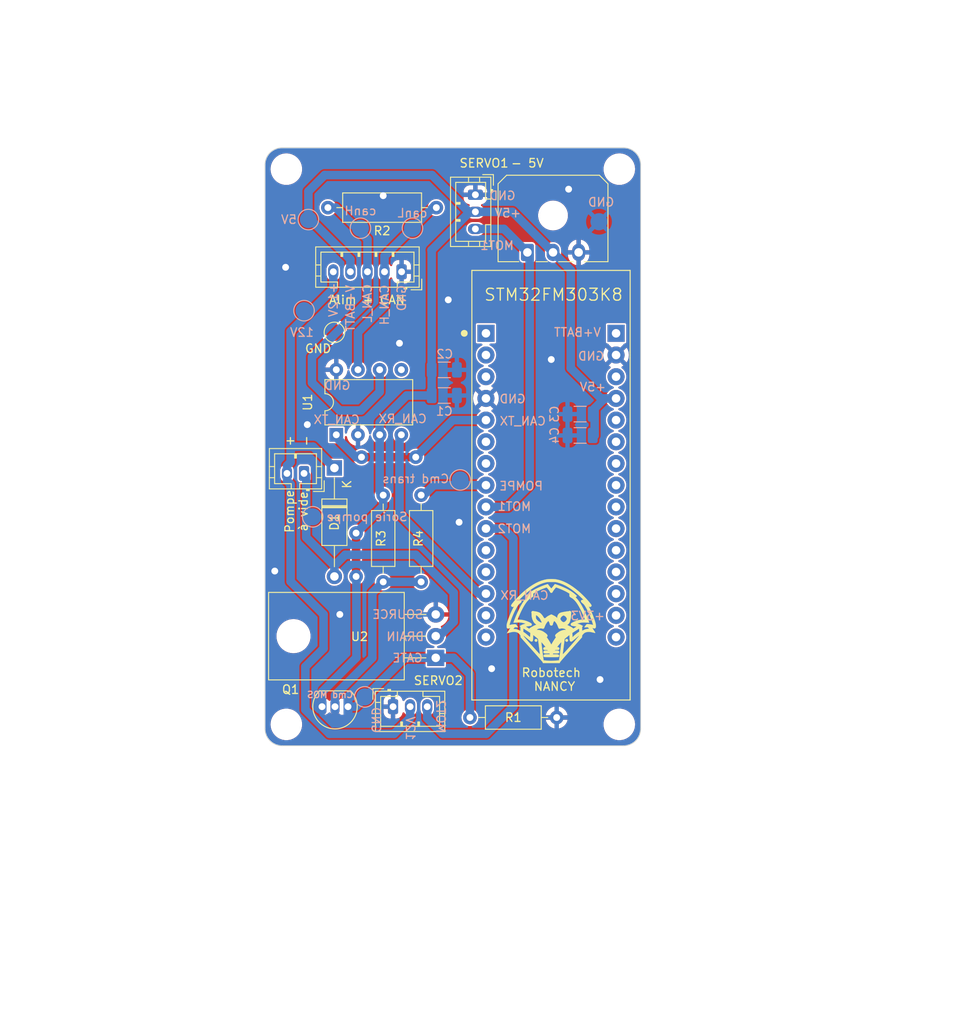
<source format=kicad_pcb>
(kicad_pcb (version 20211014) (generator pcbnew)
  (layers (0 "F.Cu" signal) (31 "B.Cu" signal) (34 "B.Paste" user) (35 "F.Paste" user) (36 "B.SilkS" user "B.Silkscreen") (37 "F.SilkS" user "F.Silkscreen") (38 "B.Mask" user) (39 "F.Mask" user) (44 "Edge.Cuts" user))
  (net 0 "")
  (net 1 "GND")
  (net 2 "CAN_H")
  (net 3 "CAN_L")
  (net 5 "+12V")
  (net 6 "MOT1")
  (net 7 "MOT2")
  (net 18 "+5V")
  (net 28 "+3V3")
  (net 30 "CAN_TX")
  (net 31 "CAN_RX")
  (net 32 "Net-(D1-Pad2)")
  (net 33 "POMPE")
  (net 35 "Net-(Q1-Pad1)")
  (net 36 "Net-(Q1-Pad2)")
  (footprint "" (layer "F.Cu") (at 145.5 35.5)
    (fp_text reference "" (at 0 0) (layer "F.SilkS") (effects (font (size 1.27 1.27))))
    (fp_text value "" (at 0 0) (layer "F.SilkS") (effects (font (size 1.27 1.27))))
    (pad "" np_thru_hole circle locked (at 0 0 180) (size 3.2 3.2) (drill 3.2) (layers *.Cu *.Mask))
  )
  (footprint "" (layer "F.Cu") (at 145.5 100.5)
    (fp_text reference "" (at 0 0) (layer "F.SilkS") (effects (font (size 1.27 1.27))))
    (fp_text value "" (at 0 0) (layer "F.SilkS") (effects (font (size 1.27 1.27))))
    (pad "" np_thru_hole circle locked (at 0 0 180) (size 3.2 3.2) (drill 3.2) (layers *.Cu *.Mask))
  )
  (footprint "Connector_JST:JST_PH_B5B-PH-K_1x05_P2.00mm_Vertical" (layer "F.Cu") (at 159 47.5144 180)
    (fp_text reference "BUS_CAN1" hide)
    (fp_text value "Conn_01x05")
    (pad "1" thru_hole roundrect (at 0 0 180) (size 1.2 1.75) (drill 0.8) (layers *.Cu *.Mask) (roundrect_rratio 0.208333) (net 1 "GND"))
    (pad "2" thru_hole oval (at 2 0 180) (size 1.2 1.75) (drill 0.8) (layers *.Cu *.Mask) (net 2 "CAN_H"))
    (pad "3" thru_hole oval (at 4 0 180) (size 1.2 1.75) (drill 0.8) (layers *.Cu *.Mask) (net 3 "CAN_L"))
    (pad "4" thru_hole oval (at 6 0 180) (size 1.2 1.75) (drill 0.8) (layers *.Cu *.Mask) (net 18 "+5V"))
    (pad "5" thru_hole oval (at 8 0 180) (size 1.2 1.75) (drill 0.8) (layers *.Cu *.Mask) (net 5 "+12V"))
  )
  (footprint "empreinte:MODULE_NUCLEO-F303K8" (layer "F.Cu") (at 176.5 72.5)
    (fp_text reference "STM32FM303K8" (at 0.3 -22.3) (layer "F.SilkS") (effects (font (size 1.402378 1.402378))))
    (fp_text value "NUCLEO-F303K8")
    (pad "3.1" thru_hole rect (at -7.62 -17.78) (size 2 2) (drill 1) (layers *.Cu *.Mask))
    (pad "3.2" thru_hole circle (at -7.62 -15.24) (size 2 2) (drill 1) (layers *.Cu *.Mask))
    (pad "3.3" thru_hole circle (at -7.62 -12.7) (size 2 2) (drill 1) (layers *.Cu *.Mask))
    (pad "3.4" thru_hole circle (at -7.62 -10.16) (size 2 2) (drill 1) (layers *.Cu *.Mask) (net 1 "GND"))
    (pad "3.5" thru_hole circle (at -7.62 -7.62) (size 2 2) (drill 1) (layers *.Cu *.Mask) (net 30 "CAN_TX"))
    (pad "3.6" thru_hole circle (at -7.62 -5.08) (size 2 2) (drill 1) (layers *.Cu *.Mask))
    (pad "3.7" thru_hole circle (at -7.62 -2.54) (size 2 2) (drill 1) (layers *.Cu *.Mask))
    (pad "3.8" thru_hole circle (at -7.62 0) (size 2 2) (drill 1) (layers *.Cu *.Mask) (net 33 "POMPE"))
    (pad "3.9" thru_hole circle (at -7.62 2.54) (size 2 2) (drill 1) (layers *.Cu *.Mask) (net 6 "MOT1"))
    (pad "3.10" thru_hole circle (at -7.62 5.08) (size 2 2) (drill 1) (layers *.Cu *.Mask) (net 7 "MOT2"))
    (pad "3.11" thru_hole circle (at -7.62 7.62) (size 2 2) (drill 1) (layers *.Cu *.Mask))
    (pad "3.12" thru_hole circle (at -7.62 10.16) (size 2 2) (drill 1) (layers *.Cu *.Mask))
    (pad "3.13" thru_hole circle (at -7.62 12.7) (size 2 2) (drill 1) (layers *.Cu *.Mask) (net 31 "CAN_RX"))
    (pad "3.14" thru_hole circle (at -7.62 15.24) (size 2 2) (drill 1) (layers *.Cu *.Mask))
    (pad "3.15" thru_hole circle (at -7.62 17.78) (size 2 2) (drill 1) (layers *.Cu *.Mask))
    (pad "4.1" thru_hole rect (at 7.62 -17.78) (size 2 2) (drill 1) (layers *.Cu *.Mask))
    (pad "4.2" thru_hole circle (at 7.62 -15.24) (size 2 2) (drill 1) (layers *.Cu *.Mask) (net 1 "GND"))
    (pad "4.3" thru_hole circle (at 7.62 -12.7) (size 2 2) (drill 1) (layers *.Cu *.Mask))
    (pad "4.4" thru_hole circle (at 7.62 -10.16) (size 2 2) (drill 1) (layers *.Cu *.Mask) (net 18 "+5V"))
    (pad "4.5" thru_hole circle (at 7.62 -7.62) (size 2 2) (drill 1) (layers *.Cu *.Mask))
    (pad "4.6" thru_hole circle (at 7.62 -5.08) (size 2 2) (drill 1) (layers *.Cu *.Mask))
    (pad "4.7" thru_hole circle (at 7.62 -2.54) (size 2 2) (drill 1) (layers *.Cu *.Mask))
    (pad "4.8" thru_hole circle (at 7.62 0) (size 2 2) (drill 1) (layers *.Cu *.Mask))
    (pad "4.9" thru_hole circle (at 7.62 2.54) (size 2 2) (drill 1) (layers *.Cu *.Mask))
    (pad "4.10" thru_hole circle (at 7.62 5.08) (size 2 2) (drill 1) (layers *.Cu *.Mask))
    (pad "4.11" thru_hole circle (at 7.62 7.62) (size 2 2) (drill 1) (layers *.Cu *.Mask))
    (pad "4.12" thru_hole circle (at 7.62 10.16) (size 2 2) (drill 1) (layers *.Cu *.Mask))
    (pad "4.13" thru_hole circle (at 7.62 12.7) (size 2 2) (drill 1) (layers *.Cu *.Mask))
    (pad "4.14" thru_hole circle (at 7.62 15.24) (size 2 2) (drill 1) (layers *.Cu *.Mask) (net 28 "+3V3"))
    (pad "4.15" thru_hole circle (at 7.62 17.78) (size 2 2) (drill 1) (layers *.Cu *.Mask))
  )
  (footprint "Resistor_THT:R_Axial_DIN0207_L6.3mm_D2.5mm_P10.16mm_Horizontal" (layer "F.Cu") (at 167.005 99.695)
    (fp_text reference "R1" (at 5.08 0) (layer "F.SilkS"))
    (fp_text value "1k")
    (pad "1" thru_hole circle locked (at 0 0) (size 1.6 1.6) (drill 0.8) (layers *.Cu *.Mask) (net 35 "Net-(Q1-Pad1)"))
    (pad "2" thru_hole oval locked (at 10.16 0) (size 1.6 1.6) (drill 0.8) (layers *.Cu *.Mask) (net 1 "GND"))
  )
  (footprint "Package_TO_SOT_THT:TO-92_Inline" (layer "F.Cu") (at 152.47 98.425 180)
    (fp_text reference "Q1" (at 6.47 2) (layer "F.SilkS"))
    (fp_text value "BC557")
    (pad "1" thru_hole rect (at -0.254 0 180) (size 1.05 2) (drill 0.8) (layers *.Cu *.Mask) (net 35 "Net-(Q1-Pad1)"))
    (pad "2" thru_hole oval (at 1.27 0 180) (size 1.05 2) (drill 0.8) (layers *.Cu *.Mask) (net 36 "Net-(Q1-Pad2)"))
    (pad "3" thru_hole oval (at 2.794 0 180) (size 1.05 2) (drill 0.8) (layers *.Cu *.Mask) (net 18 "+5V"))
  )
  (footprint "Diode_THT:D_A-405_P12.70mm_Horizontal" (layer "F.Cu") (at 151.13 70.485 -90)
    (fp_text reference "D1" (at 6.35 0 90) (layer "F.SilkS"))
    (fp_text value "D")
    (fp_text user "K" (at 1.905 -1.47 90) (layer "F.SilkS"))
    (pad "1" thru_hole rect locked (at 0 0 270) (size 1.8 1.8) (drill 1) (layers *.Cu *.Mask) (net 5 "+12V"))
    (pad "2" thru_hole oval locked (at 12.7 0 270) (size 1.8 1.8) (drill 1) (layers *.Cu *.Mask) (net 32 "Net-(D1-Pad2)"))
  )
  (footprint "Resistor_THT:R_Axial_DIN0207_L6.3mm_D2.5mm_P10.16mm_Horizontal" (layer "F.Cu") (at 161.29 73.66 -90)
    (fp_text reference "R4" (at 5.08 0.3175 90) (layer "F.SilkS"))
    (fp_text value "180")
    (pad "1" thru_hole circle locked (at 0 0 270) (size 1.6 1.6) (drill 0.8) (layers *.Cu *.Mask) (net 33 "POMPE"))
    (pad "2" thru_hole oval locked (at 10.16 0 270) (size 1.6 1.6) (drill 0.8) (layers *.Cu *.Mask) (net 36 "Net-(Q1-Pad2)"))
  )
  (footprint "Connector_JST:JST_PH_B3B-PH-K_1x03_P2.00mm_Vertical" (layer "F.Cu") (at 158 98.425)
    (fp_text reference "SERVO2" (at 5.3 -3.05) (layer "F.SilkS"))
    (fp_text value "Conn_01x03")
    (pad "1" thru_hole roundrect locked (at 0 0) (size 1.2 1.75) (drill 0.8) (layers *.Cu *.Mask) (roundrect_rratio 0.208333) (net 1 "GND"))
    (pad "2" thru_hole oval locked (at 2 0) (size 1.2 1.75) (drill 0.8) (layers *.Cu *.Mask) (net 5 "+12V"))
    (pad "3" thru_hole oval locked (at 4 0) (size 1.2 1.75) (drill 0.8) (layers *.Cu *.Mask) (net 7 "MOT2"))
  )
  (footprint "Resistor_THT:R_Axial_DIN0309_L9.0mm_D3.2mm_P12.70mm_Horizontal" (layer "F.Cu") (at 163.068 40.005 180)
    (fp_text reference "R2" (at 6.35 -2.72) (layer "F.SilkS"))
    (fp_text value "R")
    (pad "1" thru_hole circle locked (at 0 0 180) (size 1.6 1.6) (drill 0.8) (layers *.Cu *.Mask) (net 2 "CAN_H"))
    (pad "2" thru_hole oval locked (at 12.7 0 180) (size 1.6 1.6) (drill 0.8) (layers *.Cu *.Mask) (net 3 "CAN_L"))
  )
  (footprint "Logos:logoRobotechNancy10x10" (layer "F.Cu") (at 176.53 88.265)
    (fp_text reference "G***" hide)
    (fp_text value "LOGO" hide)
  )
  (footprint "" (layer "F.Cu") (at 184.5 35.5)
    (fp_text reference "" (at 0 0) (layer "F.SilkS") (effects (font (size 1.27 1.27))))
    (fp_text value "" (at 0 0) (layer "F.SilkS") (effects (font (size 1.27 1.27))))
    (pad "" np_thru_hole circle locked (at 0 0 180) (size 3.2 3.2) (drill 3.2) (layers *.Cu *.Mask))
  )
  (footprint "TestPoint:TestPoint_Pad_D2.0mm" (layer "F.Cu") (at 151.13 54.61)
    (fp_text reference "TP1" hide)
    (fp_text value "TestPoint")
    (pad "1" smd circle locked (at 0 0) (size 2 2) (layers "F.Cu" "F.Mask") (net 1 "GND"))
  )
  (footprint "Connector_JST:JST_PH_B2B-PH-K_1x02_P2.00mm_Vertical" (layer "F.Cu") (at 147.574 71.12 180)
    (fp_text reference "PompeAVide1" hide)
    (fp_text value "Conn_01x02")
    (pad "1" thru_hole roundrect locked (at 0 0 180) (size 1.2 1.75) (drill 0.8) (layers *.Cu *.Mask) (roundrect_rratio 0.208333) (net 32 "Net-(D1-Pad2)"))
    (pad "2" thru_hole oval locked (at 2 0 180) (size 1.2 1.75) (drill 0.8) (layers *.Cu *.Mask) (net 5 "+12V"))
  )
  (footprint "Resistor_THT:R_Axial_DIN0207_L6.3mm_D2.5mm_P10.16mm_Horizontal" (layer "F.Cu") (at 156.845 73.66 -90)
    (fp_text reference "R3" (at 5.08 0.254 90) (layer "F.SilkS"))
    (fp_text value "10k")
    (pad "1" thru_hole circle locked (at 0 0 270) (size 1.6 1.6) (drill 0.8) (layers *.Cu *.Mask) (net 18 "+5V"))
    (pad "2" thru_hole oval locked (at 10.16 0 270) (size 1.6 1.6) (drill 0.8) (layers *.Cu *.Mask) (net 36 "Net-(Q1-Pad2)"))
  )
  (footprint "Package_TO_SOT_THT:TO-220-3_Horizontal_TabDown" (layer "F.Cu") (at 163 92.71 90)
    (fp_text reference "U2" (at 2.48 -8.925) (layer "F.SilkS"))
    (fp_text value "IRFZ44NPBF")
    (pad "" np_thru_hole oval locked (at 2.54 -16.66 90) (size 3.5 3.5) (drill 3.5) (layers *.Cu *.Mask))
    (pad "1" thru_hole rect locked (at 0 0 90) (size 1.905 2) (drill 1) (layers *.Cu *.Mask) (net 35 "Net-(Q1-Pad1)"))
    (pad "2" thru_hole oval locked (at 2.54 0 90) (size 1.905 2) (drill 1) (layers *.Cu *.Mask) (net 32 "Net-(D1-Pad2)"))
    (pad "3" thru_hole oval locked (at 5.08 0 90) (size 1.905 2) (drill 1) (layers *.Cu *.Mask) (net 1 "GND"))
  )
  (footprint "Package_DIP:DIP-8_W7.62mm" (layer "F.Cu") (at 151.35 66.6 90)
    (fp_text reference "U1" (at 3.81 -3.35 90) (layer "F.SilkS"))
    (fp_text value "MCP2551-I-P")
    (pad "1" thru_hole rect locked (at 0 0 90) (size 1.6 1.6) (drill 0.8) (layers *.Cu *.Mask) (net 30 "CAN_TX"))
    (pad "2" thru_hole oval locked (at 0 2.54 90) (size 1.6 1.6) (drill 0.8) (layers *.Cu *.Mask) (net 1 "GND"))
    (pad "3" thru_hole oval locked (at 0 5.08 90) (size 1.6 1.6) (drill 0.8) (layers *.Cu *.Mask) (net 18 "+5V"))
    (pad "4" thru_hole oval locked (at 0 7.62 90) (size 1.6 1.6) (drill 0.8) (layers *.Cu *.Mask) (net 31 "CAN_RX"))
    (pad "5" thru_hole oval locked (at 7.62 7.62 90) (size 1.6 1.6) (drill 0.8) (layers *.Cu *.Mask))
    (pad "6" thru_hole oval locked (at 7.62 5.08 90) (size 1.6 1.6) (drill 0.8) (layers *.Cu *.Mask) (net 3 "CAN_L"))
    (pad "7" thru_hole oval locked (at 7.62 2.54 90) (size 1.6 1.6) (drill 0.8) (layers *.Cu *.Mask) (net 2 "CAN_H"))
    (pad "8" thru_hole oval locked (at 7.62 0 90) (size 1.6 1.6) (drill 0.8) (layers *.Cu *.Mask) (net 1 "GND"))
  )
  (footprint "" (layer "F.Cu") (at 184.5 100.5)
    (fp_text reference "" (at 0 0) (layer "F.SilkS") (effects (font (size 1.27 1.27))))
    (fp_text value "" (at 0 0) (layer "F.SilkS") (effects (font (size 1.27 1.27))))
    (pad "" np_thru_hole circle locked (at 0 0 180) (size 3.2 3.2) (drill 3.2) (layers *.Cu *.Mask))
  )
  (footprint "Connector_Molex:Molex_Micro-Fit_3.0_43650-0300_1x03_P3.00mm_Horizontal" (layer "F.Cu") (at 173.736 45.245)
    (fp_text reference "JS1" hide)
    (fp_text value "Molex_Micro-Fit_3.0_43650-0300_1x03_P3.00mm_Horizontal")
    (pad "" np_thru_hole circle locked (at 3 -4.32) (size 3 3) (drill 3) (layers *.Cu *.Mask))
    (pad "1" thru_hole roundrect locked (at 0 0) (size 1.5 2.02) (drill 1) (layers *.Cu *.Mask) (roundrect_rratio 0.166667) (net 6 "MOT1"))
    (pad "2" thru_hole oval locked (at 3 0) (size 1.5 2.02) (drill 1) (layers *.Cu *.Mask) (net 18 "+5V"))
    (pad "3" thru_hole oval locked (at 6 0) (size 1.5 2.02) (drill 1) (layers *.Cu *.Mask) (net 1 "GND"))
  )
  (footprint "Connector_JST:JST_PH_B3B-PH-K_1x03_P2.00mm_Vertical" (layer "F.Cu") (at 167.64 38.5 -90)
    (fp_text reference "SERVO1" (at -3.702 -1.016 180) (layer "F.SilkS"))
    (fp_text value "Conn_01x03")
    (pad "1" thru_hole roundrect (at 0 0 270) (size 1.2 1.75) (drill 0.8) (layers *.Cu *.Mask) (roundrect_rratio 0.208333) (net 1 "GND"))
    (pad "2" thru_hole oval (at 2 0 270) (size 1.2 1.75) (drill 0.8) (layers *.Cu *.Mask) (net 18 "+5V"))
    (pad "3" thru_hole oval (at 4 0 270) (size 1.2 1.75) (drill 0.8) (layers *.Cu *.Mask) (net 6 "MOT1"))
  )
  (footprint "TestPoint:TestPoint_Pad_D2.0mm" (layer "B.Cu") (at 160.274 42.418 180)
    (fp_text reference "TP4" hide)
    (fp_text value "TestPoint")
    (pad "1" smd circle locked (at 0 0 180) (size 2 2) (layers "B.Cu" "B.Mask") (net 2 "CAN_H"))
  )
  (footprint "TestPoint:TestPoint_Pad_D2.0mm" (layer "B.Cu") (at 154.686 97.282 180)
    (fp_text reference "TP8" hide)
    (fp_text value "TestPoint")
    (pad "1" smd circle locked (at 0 0 180) (size 2 2) (layers "B.Cu" "B.Mask") (net 35 "Net-(Q1-Pad1)"))
  )
  (footprint "Capacitor_SMD:C_1206_3216Metric" (layer "B.Cu") (at 164 59)
    (fp_text reference "C2" (at 0.05 -1.85) (layer "B.SilkS") (effects (justify mirror)))
    (fp_text value "C")
    (pad "1" smd roundrect locked (at -1.475 0) (size 1.15 1.8) (layers "B.Cu" "B.Paste" "B.Mask") (roundrect_rratio 0.217391) (net 18 "+5V"))
    (pad "2" smd roundrect locked (at 1.475 0) (size 1.15 1.8) (layers "B.Cu" "B.Paste" "B.Mask") (roundrect_rratio 0.217391) (net 1 "GND"))
  )
  (footprint "TestPoint:TestPoint_Pad_D2.0mm" (layer "B.Cu") (at 165.862 71.882 180)
    (fp_text reference "TP7" hide)
    (fp_text value "TestPoint")
    (pad "1" smd circle locked (at 0 0 180) (size 2 2) (layers "B.Cu" "B.Mask") (net 33 "POMPE"))
  )
  (footprint "TestPoint:TestPoint_Pad_D2.0mm" (layer "B.Cu") (at 148.59 76.2 180)
    (fp_text reference "TP2" hide)
    (fp_text value "TestPoint")
    (pad "1" smd circle locked (at 0 0 180) (size 2 2) (layers "B.Cu" "B.Mask") (net 32 "Net-(D1-Pad2)"))
  )
  (footprint "" (layer "B.Cu") (at 182.118 41.656 180)
    (fp_text reference "" (at 0 0) (layer "B.SilkS") (effects (font (size 1.27 1.27)) (justify mirror)))
    (fp_text value "" (at 0 0) (layer "B.SilkS") (effects (font (size 1.27 1.27)) (justify mirror)))
    (pad "1" smd circle locked (at 0 0 180) (size 2 2) (layers "B.Cu" "B.Mask") (net 1 "GND"))
  )
  (footprint "Capacitor_SMD:C_1206_3216Metric" (layer "B.Cu") (at 179.91 66.675)
    (fp_text reference "C4" (at -3 0 90) (layer "B.SilkS") (effects (justify mirror)))
    (fp_text value "C")
    (pad "1" smd roundrect locked (at -1.475 0) (size 1.15 1.8) (layers "B.Cu" "B.Paste" "B.Mask") (roundrect_rratio 0.217391) (net 1 "GND"))
    (pad "2" smd roundrect locked (at 1.475 0) (size 1.15 1.8) (layers "B.Cu" "B.Paste" "B.Mask") (roundrect_rratio 0.217391) (net 18 "+5V"))
  )
  (footprint "TestPoint:TestPoint_Pad_D2.0mm" (layer "B.Cu") (at 147.574 52.07 180)
    (fp_text reference "TP6" hide)
    (fp_text value "TestPoint")
    (pad "1" smd circle locked (at 0 0 180) (size 2 2) (layers "B.Cu" "B.Mask") (net 5 "+12V"))
  )
  (footprint "Capacitor_SMD:C_1206_3216Metric" (layer "B.Cu") (at 179.91 64.175)
    (fp_text reference "C3" (at -3 0 90) (layer "B.SilkS") (effects (justify mirror)))
    (fp_text value "C")
    (pad "1" smd roundrect locked (at -1.475 0) (size 1.15 1.8) (layers "B.Cu" "B.Paste" "B.Mask") (roundrect_rratio 0.217391) (net 1 "GND"))
    (pad "2" smd roundrect locked (at 1.475 0) (size 1.15 1.8) (layers "B.Cu" "B.Paste" "B.Mask") (roundrect_rratio 0.217391) (net 18 "+5V"))
  )
  (footprint "Capacitor_SMD:C_1206_3216Metric" (layer "B.Cu") (at 164 62)
    (fp_text reference "C1" (at 0 1.85) (layer "B.SilkS") (effects (justify mirror)))
    (fp_text value "C")
    (pad "1" smd roundrect locked (at -1.475 0) (size 1.15 1.8) (layers "B.Cu" "B.Paste" "B.Mask") (roundrect_rratio 0.217391) (net 18 "+5V"))
    (pad "2" smd roundrect locked (at 1.475 0) (size 1.15 1.8) (layers "B.Cu" "B.Paste" "B.Mask") (roundrect_rratio 0.217391) (net 1 "GND"))
  )
  (footprint "TestPoint:TestPoint_Pad_D2.0mm" (layer "B.Cu") (at 154.178 42.418 180)
    (fp_text reference "TP5" hide)
    (fp_text value "TestPoint")
    (pad "1" smd circle locked (at 0 0 180) (size 2 2) (layers "B.Cu" "B.Mask") (net 3 "CAN_L"))
  )
  (footprint "TestPoint:TestPoint_Pad_D2.0mm" (layer "B.Cu") (at 148.082 41.402 180)
    (fp_text reference "TP3" hide)
    (fp_text value "TestPoint")
    (pad "1" smd circle locked (at 0 0 180) (size 2 2) (layers "B.Cu" "B.Mask") (net 18 "+5V"))
  )
  (gr_arc (start 185 33) (mid 186.414214 33.585786) (end 187 35) (layer "Edge.Cuts") (width 0.1))
  (gr_line (start 143 101) (end 143 35) (layer "Edge.Cuts") (width 0.1))
  (gr_line (start 145 33) (end 185 33) (layer "Edge.Cuts") (width 0.1))
  (gr_line (start 185 103) (end 145 103) (layer "Edge.Cuts") (width 0.1))
  (gr_arc (start 143 35) (mid 143.585786 33.585786) (end 145 33) (layer "Edge.Cuts") (width 0.1))
  (gr_line (start 187 35) (end 187 101) (layer "Edge.Cuts") (width 0.1))
  (gr_arc (start 187 101) (mid 186.414214 102.414214) (end 185 103) (layer "Edge.Cuts") (width 0.1))
  (gr_arc (start 145 103) (mid 143.585786 102.414214) (end 143 101) (layer "Edge.Cuts") (width 0.1))
  (gr_text "GND\n" (at 156 100 -90) (layer "B.SilkS") (effects (font (size 1 1)) (justify mirror)))
  (gr_text "+12V" (at 151 50.8 -270) (layer "B.SilkS") (effects (font (size 1 1)) (justify mirror)))
  (gr_text "DRAIN" (at 159.425 90.23) (layer "B.SilkS") (effects (font (size 1 1)) (justify mirror)))
  (gr_text "canL" (at 160.274 40.64) (layer "B.SilkS") (effects (font (size 1 1)) (justify mirror)))
  (gr_text "+5V\n" (at 171.45 40.64) (layer "B.SilkS") (effects (font (size 1 1)) (justify mirror)))
  (gr_text "5V" (at 145.796 41.402) (layer "B.SilkS") (effects (font (size 1 1)) (justify mirror)))
  (gr_text "MOT1" (at 170.18 44.45) (layer "B.SilkS") (effects (font (size 1 1)) (justify mirror)))
  (gr_text "GND\n" (at 170.815 38.608) (layer "B.SilkS") (effects (font (size 1 1)) (justify mirror)))
  (gr_text "GND\n" (at 159 50.6 90) (layer "B.SilkS") (effects (font (size 1 1)) (justify mirror)))
  (gr_text "V+BATT" (at 179.6 54.6) (layer "B.SilkS") (effects (font (size 1 1)) (justify mirror)))
  (gr_text "+3V3" (at 180.8 87.8) (layer "B.SilkS") (effects (font (size 1 1)) (justify mirror)))
  (gr_text "+5V\n" (at 181.4 61) (layer "B.SilkS") (effects (font (size 1 1)) (justify mirror)))
  (gr_text "Sorie pompe" (at 154.94 76.2) (layer "B.SilkS") (effects (font (size 1 1)) (justify mirror)))
  (gr_text "GND\n" (at 172 62.4) (layer "B.SilkS") (effects (font (size 1 1)) (justify mirror)))
  (gr_text "CAN_TX" (at 151.4 64.825) (layer "B.SilkS") (effects (font (size 1 1)) (justify mirror)))
  (gr_text "12V" (at 147.32 54.61) (layer "B.SilkS") (effects (font (size 1 1)) (justify mirror)))
  (gr_text "GATE" (at 159.7 92.73) (layer "B.SilkS") (effects (font (size 1 1)) (justify mirror)))
  (gr_text "GND" (at 182.372 39.37) (layer "B.SilkS") (effects (font (size 1 1)) (justify mirror)))
  (gr_text "12V\n" (at 160.02 100.965 -90) (layer "B.SilkS") (effects (font (size 1 1)) (justify mirror)))
  (gr_text "CAN_TX" (at 173.2 65) (layer "B.SilkS") (effects (font (size 1 1)) (justify mirror)))
  (gr_text "POMPE" (at 173 72.6) (layer "B.SilkS") (effects (font (size 1 1)) (justify mirror)))
  (gr_text "CAN_RX" (at 159.125 64.725) (layer "B.SilkS") (effects (font (size 1 1)) (justify mirror)))
  (gr_text "MOT1" (at 172.2 75) (layer "B.SilkS") (effects (font (size 1 1)) (justify mirror)))
  (gr_text "GND\n" (at 151.475 60.825) (layer "B.SilkS") (effects (font (size 1 1)) (justify mirror)))
  (gr_text "CAN_RX" (at 173.4 85.4) (layer "B.SilkS") (effects (font (size 1 1)) (justify mirror)))
  (gr_text "Cmd trans" (at 160.655 71.755) (layer "B.SilkS") (effects (font (size 1 1)) (justify mirror)))
  (gr_text "MOT2" (at 172.2 77.6) (layer "B.SilkS") (effects (font (size 1 1)) (justify mirror)))
  (gr_text "canH" (at 154.178 40.386) (layer "B.SilkS") (effects (font (size 1 1)) (justify mirror)))
  (gr_text "V+BATT" (at 153 51.8 -270) (layer "B.SilkS") (effects (font (size 1 1)) (justify mirror)))
  (gr_text "MOT2" (at 163.575 99.575 -90) (layer "B.SilkS") (effects (font (size 1 1)) (justify mirror)))
  (gr_text "CAN_L" (at 155 51.2 -270) (layer "B.SilkS") (effects (font (size 1 1)) (justify mirror)))
  (gr_text "SOURCE" (at 158.55 87.63) (layer "B.SilkS") (effects (font (size 1 1)) (justify mirror)))
  (gr_text "GND\n" (at 181.2 57.4) (layer "B.SilkS") (effects (font (size 1 1)) (justify mirror)))
  (gr_text "CAN_H" (at 157 51.4 90) (layer "B.SilkS") (effects (font (size 1 1)) (justify mirror)))
  (gr_text "Cmd MOS" (at 150.622 97.028) (layer "B.SilkS") (effects (font (size 0.75 0.75)) (justify mirror)))
  (gr_text "- 5V" (at 173.736 34.798) (layer "F.SilkS") (effects (font (size 1 1))))
  (gr_text "GND" (at 149.225 56.515) (layer "F.SilkS") (effects (font (size 1 1))))
  (gr_text "Pompe\nà vide" (at 146.685 75.565 90) (layer "F.SilkS") (effects (font (size 1 1))))
  (gr_text "Robotech\n NANCY" (at 176.53 95.25) (layer "F.SilkS") (effects (font (size 1 1))))
  (gr_text "+" (at 146.05 67.31 -90) (layer "F.SilkS") (effects (font (size 1 1)) (justify mirror)))
  (gr_text "-" (at 147.955 67.31 -90) (layer "F.SilkS") (effects (font (size 1 1)) (justify mirror)))
  (gr_text "Alim + CAN\n" (at 154.94 50.8) (layer "F.SilkS") (effects (font (size 1 1))))
  (via (at 169.545 93.98) (size 1.6) (drill 0.8) (layers "F.Cu" "B.Cu") (net 1))
  (via (at 165.735 76.835) (size 1.6) (drill 0.8) (layers "F.Cu" "B.Cu") (net 1))
  (via (at 145.415 46.99) (size 1.6) (drill 0.8) (layers "F.Cu" "B.Cu") (net 1))
  (via (at 164.465 50.8) (size 1.6) (drill 0.8) (layers "F.Cu" "B.Cu") (net 1))
  (via (at 151.765 87.63) (size 1.6) (drill 0.8) (layers "F.Cu" "B.Cu") (net 1))
  (via (at 176.53 57.785) (size 1.6) (drill 0.8) (layers "F.Cu" "B.Cu") (net 1))
  (via (at 158.75 55.88) (size 1.6) (drill 0.8) (layers "F.Cu" "B.Cu") (net 1))
  (via (at 147.955 65.405) (size 1.6) (drill 0.8) (layers "F.Cu" "B.Cu") (net 1))
  (via (at 178.562 37.846) (size 1.6) (drill 0.8) (layers "F.Cu" "B.Cu") (net 1))
  (via (at 156.845 38.608) (size 1.6) (drill 0.8) (layers "F.Cu" "B.Cu") (net 1))
  (via (at 144.145 82.55) (size 1.6) (drill 0.8) (layers "F.Cu" "B.Cu") (net 1))
  (via (at 182.245 95.25) (size 1.6) (drill 0.8) (layers "F.Cu" "B.Cu") (net 1))
  (segment (start 157 45.6644) (end 162.6594 40.005) (width 1) (layer "B.Cu") (net 2))
  (segment (start 157 47.5144) (end 157 45.6644) (width 1) (layer "B.Cu") (net 2))
  (segment (start 157 47.5144) (end 157 51.4856) (width 1) (layer "B.Cu") (net 2))
  (segment (start 157 51.4856) (end 153.89 54.5956) (width 1) (layer "B.Cu") (net 2))
  (segment (start 162.6594 40.005) (end 163.068 40.005) (width 1) (layer "B.Cu") (net 2))
  (segment (start 153.89 54.5956) (end 153.89 58.98) (width 1) (layer "B.Cu") (net 2))
  (segment (start 148.5 60.5) (end 151.75 63.75) (width 1) (layer "B.Cu") (net 3))
  (segment (start 151.75 63.75) (end 154.25 63.75) (width 1) (layer "B.Cu") (net 3))
  (segment (start 155 47.5144) (end 155 51) (width 1) (layer "B.Cu") (net 3))
  (segment (start 156.43 61.57) (end 156.43 58.98) (width 1) (layer "B.Cu") (net 3))
  (segment (start 155 43.7) (end 155 47.5144) (width 1) (layer "B.Cu") (net 3))
  (segment (start 154.25 63.75) (end 156.43 61.57) (width 1) (layer "B.Cu") (net 3))
  (segment (start 155 51) (end 148.5 57.5) (width 1) (layer "B.Cu") (net 3))
  (segment (start 148.5 57.5) (end 148.5 60.5) (width 1) (layer "B.Cu") (net 3))
  (segment (start 151.305 40.005) (end 155 43.7) (width 1) (layer "B.Cu") (net 3))
  (segment (start 150.368 40.005) (end 151.305 40.005) (width 1) (layer "B.Cu") (net 3))
  (segment (start 158.115 101.6) (end 160 99.715) (width 1) (layer "B.Cu") (net 5))
  (segment (start 146 54.5) (end 146 67.995) (width 1) (layer "B.Cu") (net 5))
  (segment (start 145.574 70.226) (end 145.574 71.974) (width 1) (layer "B.Cu") (net 5))
  (segment (start 150.551634 101.6) (end 158.115 101.6) (width 1) (layer "B.Cu") (net 5))
  (segment (start 147.725489 98.773855) (end 150.551634 101.6) (width 1) (layer "B.Cu") (net 5))
  (segment (start 149.86 91.614929) (end 147.725489 93.74944) (width 1) (layer "B.Cu") (net 5))
  (segment (start 146 69.8) (end 145.574 70.226) (width 1) (layer "B.Cu") (net 5))
  (segment (start 148.64 67.995) (end 146 67.995) (width 1) (layer "B.Cu") (net 5))
  (segment (start 147.725489 93.74944) (end 147.725489 98.773855) (width 1) (layer "B.Cu") (net 5))
  (segment (start 146 67.995) (end 146 69.8) (width 1) (layer "B.Cu") (net 5))
  (segment (start 151.13 70.485) (end 148.64 67.995) (width 1) (layer "B.Cu") (net 5))
  (segment (start 146 72.4) (end 146 83.77) (width 1) (layer "B.Cu") (net 5))
  (segment (start 151 47.5144) (end 151 49.5) (width 1) (layer "B.Cu") (net 5))
  (segment (start 146 83.77) (end 149.86 87.63) (width 1) (layer "B.Cu") (net 5))
  (segment (start 160 99.715) (end 160 98.425) (width 1) (layer "B.Cu") (net 5))
  (segment (start 151 49.5) (end 146 54.5) (width 1) (layer "B.Cu") (net 5))
  (segment (start 149.86 87.63) (end 149.86 91.614929) (width 1) (layer "B.Cu") (net 5))
  (segment (start 145.574 71.974) (end 146 72.4) (width 1) (layer "B.Cu") (net 5))
  (segment (start 174 45.509) (end 170.991 42.5) (width 1) (layer "B.Cu") (net 6))
  (segment (start 171.46 75.04) (end 174 72.5) (width 1) (layer "B.Cu") (net 6))
  (segment (start 174 72.5) (end 174 45.509) (width 1) (layer "B.Cu") (net 6))
  (segment (start 170.991 42.5) (end 167.64 42.5) (width 1) (layer "B.Cu") (net 6))
  (segment (start 168.88 75.04) (end 171.46 75.04) (width 1) (layer "B.Cu") (net 6))
  (segment (start 163.83 101.6) (end 168.91 101.6) (width 1) (layer "B.Cu") (net 7))
  (segment (start 172.085 78.74) (end 170.925 77.58) (width 1) (layer "B.Cu") (net 7))
  (segment (start 162 99.77) (end 163.83 101.6) (width 1) (layer "B.Cu") (net 7))
  (segment (start 172.085 98.425) (end 172.085 78.74) (width 1) (layer "B.Cu") (net 7))
  (segment (start 168.91 101.6) (end 172.085 98.425) (width 1) (layer "B.Cu") (net 7))
  (segment (start 162 98.425) (end 162 99.77) (width 1) (layer "B.Cu") (net 7))
  (segment (start 170.925 77.58) (end 168.88 77.58) (width 1) (layer "B.Cu") (net 7))
  (segment (start 153.67 83.185) (end 153.67 78.105) (width 1) (layer "F.Cu") (net 18))
  (via (at 153.67 83.185) (size 1.6) (drill 0.8) (layers "F.Cu" "B.Cu") (net 18))
  (via (at 153.67 78.105) (size 1.6) (drill 0.8) (layers "F.Cu" "B.Cu") (net 18))
  (segment (start 156.43 66.6) (end 156.43 73.245) (width 1) (layer "B.Cu") (net 18))
  (segment (start 149.676 96.704) (end 149.676 98.425) (width 1) (layer "B.Cu") (net 18))
  (segment (start 153 46.066) (end 148.082 41.148) (width 1) (layer "B.Cu") (net 18))
  (segment (start 153.67 78.105) (end 156.845 74.93) (width 1) (layer "B.Cu") (net 18))
  (segment (start 153.67 83.185) (end 153.705597 83.220597) (width 1) (layer "B.Cu") (net 18))
  (segment (start 162.56 36.195) (end 166.865 40.5) (width 1) (layer "B.Cu") (net 18))
  (segment (start 181.57 64.175) (end 181.61 64.135) (width 1) (layer "B.Cu") (net 18))
  (segment (start 156.43 66.6) (end 156.43 65.17) (width 1) (layer "B.Cu") (net 18))
  (segment (start 153 47.5144) (end 153 46.066) (width 1) (layer "B.Cu") (net 18))
  (segment (start 162.525 45.025) (end 162.5 45) (width 1) (layer "B.Cu") (net 18))
  (segment (start 181.385 66.675) (end 181.61 66.675) (width 1) (layer "B.Cu") (net 18))
  (segment (start 178.816 58.801) (end 182.355 62.34) (width 1) (layer "B.Cu") (net 18))
  (segment (start 178.816 47.325) (end 178.816 58.801) (width 1) (layer "B.Cu") (net 18))
  (segment (start 148.082 41.148) (end 148.082 38.1) (width 1) (layer "B.Cu") (net 18))
  (segment (start 167.64 40.5) (end 171.991 40.5) (width 1) (layer "B.Cu") (net 18))
  (segment (start 153.705597 92.674403) (end 149.676 96.704) (width 1) (layer "B.Cu") (net 18))
  (segment (start 153.705597 83.220597) (end 153.705597 92.674403) (width 1) (layer "B.Cu") (net 18))
  (segment (start 171.991 40.5) (end 178.816 47.325) (width 1) (layer "B.Cu") (net 18))
  (segment (start 149.987 36.195) (end 162.56 36.195) (width 1) (layer "B.Cu") (net 18))
  (segment (start 181.61 64.135) (end 181.61 63.5) (width 1) (layer "B.Cu") (net 18))
  (segment (start 148.082 38.1) (end 149.987 36.195) (width 1) (layer "B.Cu") (net 18))
  (segment (start 162.525 62) (end 162.525 59) (width 1) (layer "B.Cu") (net 18))
  (segment (start 182.77 62.34) (end 184.12 62.34) (width 1) (layer "B.Cu") (net 18))
  (segment (start 156.43 65.17) (end 159.6 62) (width 1) (layer "B.Cu") (net 18))
  (segment (start 156.43 73.245) (end 156.845 73.66) (width 1) (layer "B.Cu") (net 18))
  (segment (start 159.6 62) (end 162.525 62) (width 1) (layer "B.Cu") (net 18))
  (segment (start 162.5 45) (end 167 40.5) (width 1) (layer "B.Cu") (net 18))
  (segment (start 181.61 63.5) (end 182.77 62.34) (width 1) (layer "B.Cu") (net 18))
  (segment (start 182.355 62.34) (end 184.12 62.34) (width 1) (layer "B.Cu") (net 18))
  (segment (start 167 40.5) (end 167.64 40.5) (width 1) (layer "B.Cu") (net 18))
  (segment (start 162.525 59) (end 162.525 45.025) (width 1) (layer "B.Cu") (net 18))
  (segment (start 181.385 64.175) (end 181.57 64.175) (width 1) (layer "B.Cu") (net 18))
  (segment (start 156.845 74.93) (end 156.845 73.66) (width 1) (layer "B.Cu") (net 18))
  (segment (start 166.865 40.5) (end 167.64 40.5) (width 1) (layer "B.Cu") (net 18))
  (segment (start 181.61 66.675) (end 181.61 64.135) (width 1) (layer "B.Cu") (net 18))
  (segment (start 160.655 69.215) (end 154.305 69.215) (width 1) (layer "F.Cu") (net 30))
  (via (at 160.655 69.215) (size 1.6) (drill 0.8) (layers "F.Cu" "B.Cu") (net 30))
  (via (at 154.305 69.215) (size 1.6) (drill 0.8) (layers "F.Cu" "B.Cu") (net 30))
  (segment (start 164.99 64.88) (end 160.655 69.215) (width 1) (layer "B.Cu") (net 30))
  (segment (start 154.305 69.215) (end 153.67 69.215) (width 1) (layer "B.Cu") (net 30))
  (segment (start 168.88 64.88) (end 164.99 64.88) (width 1) (layer "B.Cu") (net 30))
  (segment (start 153.67 69.215) (end 151.35 66.895) (width 1) (layer "B.Cu") (net 30))
  (segment (start 151.35 66.895) (end 151.35 66.6) (width 1) (layer "B.Cu") (net 30))
  (segment (start 158.97 66.6) (end 158.75 66.82) (width 1) (layer "B.Cu") (net 31))
  (segment (start 168.069511 85.2) (end 168.88 85.2) (width 1) (layer "B.Cu") (net 31))
  (segment (start 158.75 66.82) (end 158.75 75.880489) (width 1) (layer "B.Cu") (net 31))
  (segment (start 158.75 75.880489) (end 168.069511 85.2) (width 1) (layer "B.Cu") (net 31))
  (segment (start 165.1 88.485) (end 165.1 85.09) (width 1) (layer "B.Cu") (net 32))
  (segment (start 151.13 81.915) (end 147.828 78.613) (width 1) (layer "B.Cu") (net 32))
  (segment (start 160.655 80.645) (end 152.4 80.645) (width 1) (layer "B.Cu") (net 32))
  (segment (start 152.4 80.645) (end 151.13 81.915) (width 1) (layer "B.Cu") (net 32))
  (segment (start 163.415 90.17) (end 165.1 88.485) (width 1) (layer "B.Cu") (net 32))
  (segment (start 147.828 71.374) (end 147.574 71.12) (width 1) (layer "B.Cu") (net 32))
  (segment (start 163 90.17) (end 163.415 90.17) (width 1) (layer "B.Cu") (net 32))
  (segment (start 147.828 78.613) (end 147.828 71.374) (width 1) (layer "B.Cu") (net 32))
  (segment (start 151.13 81.915) (end 151.13 83.185) (width 1) (layer "B.Cu") (net 32))
  (segment (start 165.1 85.09) (end 160.655 80.645) (width 1) (layer "B.Cu") (net 32))
  (segment (start 161.6075 73.66) (end 161.29 73.66) (width 1) (layer "B.Cu") (net 33))
  (segment (start 162.7675 72.5) (end 161.6075 73.66) (width 1) (layer "B.Cu") (net 33))
  (segment (start 168.88 72.5) (end 162.7675 72.5) (width 1) (layer "B.Cu") (net 33))
  (segment (start 165.1 92.71) (end 163 92.71) (width 1) (layer "B.Cu") (net 35))
  (segment (start 167.005 99.695) (end 167.005 94.615) (width 1) (layer "B.Cu") (net 35))
  (segment (start 163 92.71) (end 159.36 92.71) (width 1) (layer "B.Cu") (net 35))
  (segment (start 159.36 92.71) (end 153.645 98.425) (width 1) (layer "B.Cu") (net 35))
  (segment (start 153.645 98.425) (end 152.724 98.425) (width 1) (layer "B.Cu") (net 35))
  (segment (start 167.005 94.615) (end 165.1 92.71) (width 1) (layer "B.Cu") (net 35))
  (segment (start 151.2 97.085) (end 155.575 92.71) (width 1) (layer "B.Cu") (net 36))
  (segment (start 155.575 92.71) (end 155.575 85.09) (width 1) (layer "B.Cu") (net 36))
  (segment (start 155.575 85.09) (end 156.845 83.82) (width 1) (layer "B.Cu") (net 36))
  (segment (start 151.2 98.425) (end 151.2 97.085) (width 1) (layer "B.Cu") (net 36))
  (segment (start 161.29 83.82) (end 156.845 83.82) (width 1) (layer "B.Cu") (net 36))
  (zone (net 1) (net_name "GND") (layer "F.Cu") (connect_pads (clearance 0)) (min_thickness 0.254) (fill yes (thermal_gap 0.508) (thermal_bridge_width 0.508))
    (polygon (pts (xy 190 21.4) (xy 214.1 47.5) (xy 217.8 95.7) (xy 170.560871 135.581826) (xy 111.960871 95.581826) (xy 123.260458 47.297911) (xy 141.4 15.7)))
  )
  (zone locked (net 1) (net_name "GND") (layer "B.Cu") (connect_pads (clearance 0)) (min_thickness 0.254) (fill yes (thermal_gap 0.508) (thermal_bridge_width 0.508))
    (polygon (pts (xy 211 21) (xy 225 64) (xy 209 123) (xy 161 130) (xy 115 96) (xy 118 35) (xy 153 19) (xy 154 19)))
  )
)
</source>
